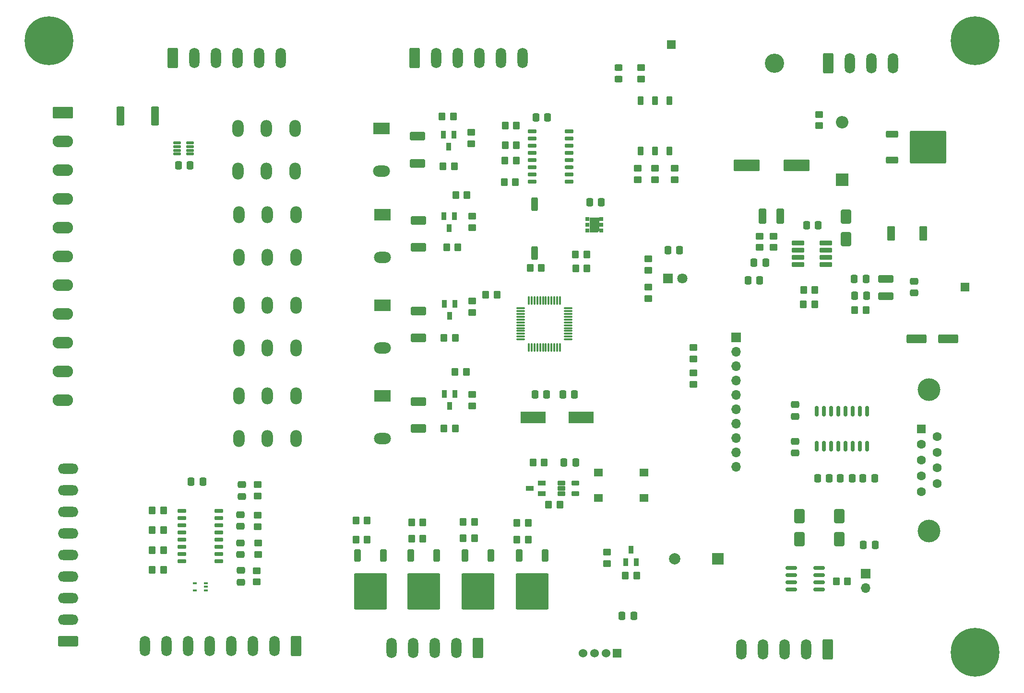
<source format=gts>
G04 #@! TF.GenerationSoftware,KiCad,Pcbnew,9.0.0*
G04 #@! TF.CreationDate,2025-07-26T18:59:56+02:00*
G04 #@! TF.ProjectId,BANC_TEST_418,42414e43-5f54-4455-9354-5f3431382e6b,rev?*
G04 #@! TF.SameCoordinates,Original*
G04 #@! TF.FileFunction,Soldermask,Top*
G04 #@! TF.FilePolarity,Negative*
%FSLAX46Y46*%
G04 Gerber Fmt 4.6, Leading zero omitted, Abs format (unit mm)*
G04 Created by KiCad (PCBNEW 9.0.0) date 2025-07-26 18:59:56*
%MOMM*%
%LPD*%
G01*
G04 APERTURE LIST*
G04 Aperture macros list*
%AMRoundRect*
0 Rectangle with rounded corners*
0 $1 Rounding radius*
0 $2 $3 $4 $5 $6 $7 $8 $9 X,Y pos of 4 corners*
0 Add a 4 corners polygon primitive as box body*
4,1,4,$2,$3,$4,$5,$6,$7,$8,$9,$2,$3,0*
0 Add four circle primitives for the rounded corners*
1,1,$1+$1,$2,$3*
1,1,$1+$1,$4,$5*
1,1,$1+$1,$6,$7*
1,1,$1+$1,$8,$9*
0 Add four rect primitives between the rounded corners*
20,1,$1+$1,$2,$3,$4,$5,0*
20,1,$1+$1,$4,$5,$6,$7,0*
20,1,$1+$1,$6,$7,$8,$9,0*
20,1,$1+$1,$8,$9,$2,$3,0*%
%AMFreePoly0*
4,1,19,0.809954,1.482520,0.847008,1.431520,0.852000,1.400000,0.852000,-1.000000,0.832520,-1.059954,0.781520,-1.097008,0.750000,-1.102000,-0.750000,-1.102000,-0.809954,-1.082520,-0.847008,-1.031520,-0.852000,-1.000000,-0.852000,1.150000,-0.832520,1.209954,-0.822125,1.222125,-0.572125,1.472125,-0.515956,1.500744,-0.500000,1.502000,0.750000,1.502000,0.809954,1.482520,0.809954,1.482520,
$1*%
G04 Aperture macros list end*
%ADD10RoundRect,0.250000X-0.337500X-0.475000X0.337500X-0.475000X0.337500X0.475000X-0.337500X0.475000X0*%
%ADD11RoundRect,0.250000X-0.450000X0.350000X-0.450000X-0.350000X0.450000X-0.350000X0.450000X0.350000X0*%
%ADD12RoundRect,0.250000X-0.300000X0.500000X-0.300000X-0.500000X0.300000X-0.500000X0.300000X0.500000X0*%
%ADD13RoundRect,0.250000X1.550000X-0.650000X1.550000X0.650000X-1.550000X0.650000X-1.550000X-0.650000X0*%
%ADD14O,3.600000X1.800000*%
%ADD15R,1.800000X1.800000*%
%ADD16C,1.800000*%
%ADD17RoundRect,0.250000X0.350000X0.450000X-0.350000X0.450000X-0.350000X-0.450000X0.350000X-0.450000X0*%
%ADD18RoundRect,0.100000X0.225000X0.100000X-0.225000X0.100000X-0.225000X-0.100000X0.225000X-0.100000X0*%
%ADD19RoundRect,0.198500X-0.508500X-0.198500X0.508500X-0.198500X0.508500X0.198500X-0.508500X0.198500X0*%
%ADD20RoundRect,0.250000X-0.350000X-0.450000X0.350000X-0.450000X0.350000X0.450000X-0.350000X0.450000X0*%
%ADD21R,1.500000X1.500000*%
%ADD22RoundRect,0.250000X-0.350000X0.850000X-0.350000X-0.850000X0.350000X-0.850000X0.350000X0.850000X0*%
%ADD23RoundRect,0.249997X-2.650003X2.950003X-2.650003X-2.950003X2.650003X-2.950003X2.650003X2.950003X0*%
%ADD24C,4.000000*%
%ADD25R,1.600000X1.600000*%
%ADD26C,1.600000*%
%ADD27RoundRect,0.100500X-0.986500X-0.301500X0.986500X-0.301500X0.986500X0.301500X-0.986500X0.301500X0*%
%ADD28RoundRect,0.250000X0.310000X-0.970000X0.310000X0.970000X-0.310000X0.970000X-0.310000X-0.970000X0*%
%ADD29RoundRect,0.250000X0.475000X-0.337500X0.475000X0.337500X-0.475000X0.337500X-0.475000X-0.337500X0*%
%ADD30RoundRect,0.250000X0.650000X-1.000000X0.650000X1.000000X-0.650000X1.000000X-0.650000X-1.000000X0*%
%ADD31RoundRect,0.250000X0.450000X-0.350000X0.450000X0.350000X-0.450000X0.350000X-0.450000X-0.350000X0*%
%ADD32RoundRect,0.250000X-0.850000X-0.350000X0.850000X-0.350000X0.850000X0.350000X-0.850000X0.350000X0*%
%ADD33RoundRect,0.249997X-2.950003X-2.650003X2.950003X-2.650003X2.950003X2.650003X-2.950003X2.650003X0*%
%ADD34RoundRect,0.250000X-0.650000X-1.550000X0.650000X-1.550000X0.650000X1.550000X-0.650000X1.550000X0*%
%ADD35O,1.800000X3.600000*%
%ADD36RoundRect,0.250000X0.337500X0.475000X-0.337500X0.475000X-0.337500X-0.475000X0.337500X-0.475000X0*%
%ADD37RoundRect,0.249999X-0.450001X-1.425001X0.450001X-1.425001X0.450001X1.425001X-0.450001X1.425001X0*%
%ADD38O,2.000000X3.000000*%
%ADD39R,3.000000X2.000000*%
%ADD40O,3.000000X2.000000*%
%ADD41RoundRect,0.100500X-0.301500X0.616500X-0.301500X-0.616500X0.301500X-0.616500X0.301500X0.616500X0*%
%ADD42RoundRect,0.150000X-0.650000X-0.150000X0.650000X-0.150000X0.650000X0.150000X-0.650000X0.150000X0*%
%ADD43RoundRect,0.125000X-0.537500X-0.125000X0.537500X-0.125000X0.537500X0.125000X-0.537500X0.125000X0*%
%ADD44RoundRect,0.250000X-1.100000X0.412500X-1.100000X-0.412500X1.100000X-0.412500X1.100000X0.412500X0*%
%ADD45RoundRect,0.150000X-0.825000X-0.150000X0.825000X-0.150000X0.825000X0.150000X-0.825000X0.150000X0*%
%ADD46RoundRect,0.249999X-1.550001X0.790001X-1.550001X-0.790001X1.550001X-0.790001X1.550001X0.790001X0*%
%ADD47O,3.600000X2.080000*%
%ADD48R,1.600000X1.400000*%
%ADD49RoundRect,0.250000X-1.100000X0.500000X-1.100000X-0.500000X1.100000X-0.500000X1.100000X0.500000X0*%
%ADD50RoundRect,0.250000X0.650000X1.550000X-0.650000X1.550000X-0.650000X-1.550000X0.650000X-1.550000X0*%
%ADD51R,4.500000X2.000000*%
%ADD52RoundRect,0.250000X0.445000X1.020000X-0.445000X1.020000X-0.445000X-1.020000X0.445000X-1.020000X0*%
%ADD53RoundRect,0.250000X-0.475000X0.337500X-0.475000X-0.337500X0.475000X-0.337500X0.475000X0.337500X0*%
%ADD54C,8.600000*%
%ADD55RoundRect,0.200000X-0.600000X-0.100000X0.600000X-0.100000X0.600000X0.100000X-0.600000X0.100000X0*%
%ADD56R,1.524000X1.524000*%
%ADD57C,1.524000*%
%ADD58C,3.400000*%
%ADD59RoundRect,0.100500X0.301500X-0.616500X0.301500X0.616500X-0.301500X0.616500X-0.301500X-0.616500X0*%
%ADD60RoundRect,0.100500X0.616500X0.301500X-0.616500X0.301500X-0.616500X-0.301500X0.616500X-0.301500X0*%
%ADD61RoundRect,0.250000X-0.412500X-1.100000X0.412500X-1.100000X0.412500X1.100000X-0.412500X1.100000X0*%
%ADD62RoundRect,0.075000X-0.662500X-0.075000X0.662500X-0.075000X0.662500X0.075000X-0.662500X0.075000X0*%
%ADD63RoundRect,0.075000X-0.075000X-0.662500X0.075000X-0.662500X0.075000X0.662500X-0.075000X0.662500X0*%
%ADD64R,2.200000X2.200000*%
%ADD65O,2.200000X2.200000*%
%ADD66RoundRect,0.250000X-1.500000X-0.550000X1.500000X-0.550000X1.500000X0.550000X-1.500000X0.550000X0*%
%ADD67R,1.700000X1.700000*%
%ADD68O,1.700000X1.700000*%
%ADD69RoundRect,0.250000X0.450000X-0.325000X0.450000X0.325000X-0.450000X0.325000X-0.450000X-0.325000X0*%
%ADD70RoundRect,0.250001X-2.049999X-0.799999X2.049999X-0.799999X2.049999X0.799999X-2.049999X0.799999X0*%
%ADD71RoundRect,0.162500X0.162500X-0.750000X0.162500X0.750000X-0.162500X0.750000X-0.162500X-0.750000X0*%
%ADD72RoundRect,0.102000X0.250000X0.250000X-0.250000X0.250000X-0.250000X-0.250000X0.250000X-0.250000X0*%
%ADD73FreePoly0,180.000000*%
%ADD74R,2.000000X2.000000*%
%ADD75C,2.000000*%
G04 APERTURE END LIST*
D10*
X173012500Y-105850000D03*
X175087500Y-105850000D03*
X172787500Y-93850000D03*
X174862500Y-93850000D03*
D11*
X119050000Y-120100000D03*
X119050000Y-122100000D03*
D12*
X191590000Y-41900000D03*
X189050000Y-41900000D03*
X186510000Y-41900000D03*
X186510000Y-50800000D03*
X189050000Y-50800000D03*
X191590000Y-50800000D03*
D13*
X85550000Y-137400000D03*
D14*
X85550000Y-133590000D03*
X85550000Y-129780000D03*
X85550000Y-125970000D03*
X85550000Y-122160000D03*
X85550000Y-118350000D03*
X85550000Y-114540000D03*
X85550000Y-110730000D03*
X85550000Y-106920000D03*
D15*
X191350000Y-73350000D03*
D16*
X193890000Y-73350000D03*
D17*
X226300000Y-78900000D03*
X224300000Y-78900000D03*
D18*
X109800000Y-128450000D03*
X109800000Y-127800000D03*
X109800000Y-127150000D03*
X107900000Y-127150000D03*
X107900000Y-128450000D03*
D19*
X172540000Y-109450000D03*
X172540000Y-110400000D03*
X172540000Y-111350000D03*
X175050000Y-111350000D03*
X175050000Y-109450000D03*
D10*
X224225000Y-73400000D03*
X226300000Y-73400000D03*
D20*
X162637500Y-49795000D03*
X164637500Y-49795000D03*
D21*
X243800000Y-74850000D03*
D20*
X175025000Y-69075000D03*
X177025000Y-69075000D03*
D22*
X169660000Y-122275000D03*
D23*
X167380000Y-128575000D03*
D22*
X165100000Y-122275000D03*
D24*
X237444669Y-117930000D03*
X237444669Y-92930000D03*
D25*
X236024669Y-99890000D03*
D26*
X236024669Y-102660000D03*
X236024669Y-105430000D03*
X236024669Y-108200000D03*
X236024669Y-110970000D03*
X238864669Y-101275000D03*
X238864669Y-104045000D03*
X238864669Y-106815000D03*
X238864669Y-109585000D03*
D27*
X214300000Y-67090000D03*
X214300000Y-68360000D03*
X214300000Y-69630000D03*
X214300000Y-70900000D03*
X219240000Y-70900000D03*
X219240000Y-69630000D03*
X219240000Y-68360000D03*
X219240000Y-67090000D03*
D17*
X138300000Y-119500000D03*
X136300000Y-119500000D03*
D11*
X189050000Y-53850000D03*
X189050000Y-55850000D03*
D17*
X217250000Y-77875000D03*
X215250000Y-77875000D03*
D28*
X167800000Y-68855000D03*
X167800000Y-60245000D03*
D20*
X100350000Y-124800000D03*
X102350000Y-124800000D03*
D10*
X225750000Y-108615000D03*
X227825000Y-108615000D03*
D29*
X213825000Y-104190000D03*
X213825000Y-102115000D03*
D30*
X214550000Y-119350000D03*
X214550000Y-115350000D03*
D31*
X156810000Y-95850000D03*
X156810000Y-93850000D03*
D32*
X230935000Y-47845000D03*
D33*
X237235000Y-50125000D03*
D32*
X230935000Y-52405000D03*
D29*
X213825000Y-97690000D03*
X213825000Y-95615000D03*
D11*
X156660000Y-47500000D03*
X156660000Y-49500000D03*
D20*
X100350000Y-117800000D03*
X102350000Y-117800000D03*
D34*
X104000000Y-34350000D03*
D35*
X107810000Y-34350000D03*
X111620000Y-34350000D03*
X115430000Y-34350000D03*
X119240000Y-34350000D03*
X123050000Y-34350000D03*
D36*
X169937500Y-93850000D03*
X167862500Y-93850000D03*
D37*
X94775000Y-44600000D03*
X100875000Y-44600000D03*
D36*
X227912500Y-120400000D03*
X225837500Y-120400000D03*
D17*
X223050000Y-126850000D03*
X221050000Y-126850000D03*
D11*
X156810000Y-77350000D03*
X156810000Y-79350000D03*
X118925000Y-115150000D03*
X118925000Y-117150000D03*
D29*
X115925000Y-122125000D03*
X115925000Y-120050000D03*
D38*
X120510000Y-54350000D03*
X120510000Y-46850000D03*
X125550000Y-54350000D03*
X125550000Y-46850000D03*
X115470000Y-54350000D03*
X115470000Y-46850000D03*
D39*
X140810000Y-46850000D03*
D40*
X140810000Y-54350000D03*
D10*
X104975000Y-53350000D03*
X107050000Y-53350000D03*
D41*
X153610000Y-47940000D03*
X151710000Y-47940000D03*
X152660000Y-50060000D03*
D38*
X120660000Y-101600000D03*
X120660000Y-94100000D03*
X125700000Y-101600000D03*
X125700000Y-94100000D03*
X115620000Y-101600000D03*
X115620000Y-94100000D03*
D39*
X140960000Y-94100000D03*
D40*
X140960000Y-101600000D03*
D20*
X146100000Y-116400000D03*
X148100000Y-116400000D03*
D42*
X105600000Y-114355000D03*
X105600000Y-115625000D03*
X105600000Y-116895000D03*
X105600000Y-118165000D03*
X105600000Y-119435000D03*
X105600000Y-120705000D03*
X105600000Y-121975000D03*
X105600000Y-123245000D03*
X112100000Y-123245000D03*
X112100000Y-121975000D03*
X112100000Y-120705000D03*
X112100000Y-119435000D03*
X112100000Y-118165000D03*
X112100000Y-116895000D03*
X112100000Y-115625000D03*
X112100000Y-114355000D03*
D20*
X100350000Y-121300000D03*
X102350000Y-121300000D03*
D43*
X104775000Y-49400000D03*
X104775000Y-50050000D03*
X104775000Y-50700000D03*
X104775000Y-51350000D03*
X107050000Y-51350000D03*
X107050000Y-50700000D03*
X107050000Y-50050000D03*
X107050000Y-49400000D03*
D31*
X195825000Y-92050000D03*
X195825000Y-90050000D03*
D44*
X229800000Y-73375000D03*
X229800000Y-76500000D03*
D20*
X162457500Y-56295000D03*
X164457500Y-56295000D03*
D45*
X213075000Y-124445000D03*
X213075000Y-125715000D03*
X213075000Y-126985000D03*
X213075000Y-128255000D03*
X218025000Y-128255000D03*
X218025000Y-126985000D03*
X218025000Y-125715000D03*
X218025000Y-124445000D03*
D46*
X84550000Y-44030000D03*
D47*
X84550000Y-49110000D03*
X84550000Y-54190000D03*
X84550000Y-59270000D03*
X84550000Y-64350000D03*
X84550000Y-69430000D03*
X84550000Y-74510000D03*
X84550000Y-79590000D03*
X84550000Y-84670000D03*
X84550000Y-89750000D03*
X84550000Y-94830000D03*
D20*
X152310000Y-67850000D03*
X154310000Y-67850000D03*
D48*
X179087500Y-107600000D03*
X187087500Y-107600000D03*
X179087500Y-112100000D03*
X187087500Y-112100000D03*
D10*
X177550000Y-59850000D03*
X179625000Y-59850000D03*
D49*
X147310000Y-79050000D03*
X147310000Y-83850000D03*
D17*
X155800000Y-89800000D03*
X153800000Y-89800000D03*
D10*
X107225000Y-109235000D03*
X109300000Y-109235000D03*
D36*
X185337500Y-132950000D03*
X183262500Y-132950000D03*
D17*
X153500000Y-44700000D03*
X151500000Y-44700000D03*
D34*
X146690000Y-34350000D03*
D35*
X150500000Y-34350000D03*
X154310000Y-34350000D03*
X158120000Y-34350000D03*
X161930000Y-34350000D03*
X165740000Y-34350000D03*
D29*
X116150000Y-111825000D03*
X116150000Y-109750000D03*
D20*
X162600000Y-52485000D03*
X164600000Y-52485000D03*
D17*
X169550000Y-105850000D03*
X167550000Y-105850000D03*
D31*
X118925000Y-111775000D03*
X118925000Y-109775000D03*
D50*
X125745000Y-138250000D03*
D35*
X121935000Y-138250000D03*
X118125000Y-138250000D03*
X114315000Y-138250000D03*
X110505000Y-138250000D03*
X106695000Y-138250000D03*
X102885000Y-138250000D03*
X99075000Y-138250000D03*
D41*
X153710000Y-62350000D03*
X151810000Y-62350000D03*
X152760000Y-64470000D03*
D10*
X221750000Y-108615000D03*
X223825000Y-108615000D03*
D31*
X180600000Y-123700000D03*
X180600000Y-121700000D03*
D22*
X160107500Y-122275000D03*
D23*
X157827500Y-128575000D03*
D22*
X155547500Y-122275000D03*
D51*
X167550000Y-97850000D03*
X176050000Y-97850000D03*
D11*
X187890000Y-69850000D03*
X187890000Y-71850000D03*
D52*
X236405000Y-65400000D03*
X230695000Y-65400000D03*
D20*
X151810000Y-99850000D03*
X153810000Y-99850000D03*
X167030000Y-71500000D03*
X169030000Y-71500000D03*
D53*
X234800000Y-73825000D03*
X234800000Y-75900000D03*
D54*
X245550000Y-139350000D03*
D22*
X141155000Y-122275000D03*
D23*
X138875000Y-128575000D03*
D22*
X136595000Y-122275000D03*
D49*
X147310000Y-63050000D03*
X147310000Y-67850000D03*
D34*
X219620000Y-35350000D03*
D35*
X223430000Y-35350000D03*
X227240000Y-35350000D03*
X231050000Y-35350000D03*
D20*
X100350000Y-114300000D03*
X102350000Y-114300000D03*
D54*
X82100000Y-31330000D03*
D21*
X191950000Y-32000000D03*
D49*
X147310000Y-95050000D03*
X147310000Y-99850000D03*
D20*
X159200000Y-76200000D03*
X161200000Y-76200000D03*
D31*
X156810000Y-64350000D03*
X156810000Y-62350000D03*
D29*
X115900000Y-117125000D03*
X115900000Y-115050000D03*
D30*
X222800000Y-66400000D03*
X222800000Y-62400000D03*
D17*
X172300000Y-113250000D03*
X170300000Y-113250000D03*
D42*
X167387500Y-47350000D03*
X167387500Y-48620000D03*
X167387500Y-49890000D03*
X167387500Y-51160000D03*
X167387500Y-52430000D03*
X167387500Y-53700000D03*
X167387500Y-54970000D03*
X167387500Y-56240000D03*
X173887500Y-56240000D03*
X173887500Y-54970000D03*
D55*
X173887500Y-53700000D03*
D42*
X173887500Y-52430000D03*
X173887500Y-51160000D03*
X173887500Y-49890000D03*
X173887500Y-48620000D03*
X173887500Y-47350000D03*
D31*
X218050000Y-46350000D03*
X218050000Y-44350000D03*
D56*
X182400000Y-139575000D03*
D57*
X180400000Y-139575000D03*
X178400000Y-139575000D03*
X176400000Y-139575000D03*
D50*
X219550000Y-138850000D03*
D35*
X215740000Y-138850000D03*
X211930000Y-138850000D03*
X208120000Y-138850000D03*
X204310000Y-138850000D03*
D17*
X148100000Y-119300000D03*
X146100000Y-119300000D03*
D10*
X168050000Y-44850000D03*
X170125000Y-44850000D03*
D11*
X207550000Y-65850000D03*
X207550000Y-67850000D03*
D41*
X153760000Y-77790000D03*
X151860000Y-77790000D03*
X152810000Y-79910000D03*
D17*
X157200000Y-119200000D03*
X155200000Y-119200000D03*
D36*
X208587500Y-70550000D03*
X206512500Y-70550000D03*
D58*
X210150000Y-35350000D03*
D20*
X175075000Y-71550000D03*
X177075000Y-71550000D03*
D59*
X183900000Y-123410000D03*
X185800000Y-123410000D03*
X184850000Y-121290000D03*
D11*
X118800000Y-124950000D03*
X118800000Y-126950000D03*
D60*
X169050000Y-111350000D03*
X169050000Y-109450000D03*
X166930000Y-110400000D03*
D54*
X245550000Y-31330000D03*
D11*
X186050000Y-53850000D03*
X186050000Y-55850000D03*
D61*
X208025000Y-62350000D03*
X211150000Y-62350000D03*
D11*
X192550000Y-53850000D03*
X192550000Y-55850000D03*
D10*
X217750000Y-108615000D03*
X219825000Y-108615000D03*
D62*
X165387500Y-78600000D03*
X165387500Y-79100000D03*
X165387500Y-79600000D03*
X165387500Y-80100000D03*
X165387500Y-80600000D03*
X165387500Y-81100000D03*
X165387500Y-81600000D03*
X165387500Y-82100000D03*
X165387500Y-82600000D03*
X165387500Y-83100000D03*
X165387500Y-83600000D03*
X165387500Y-84100000D03*
D63*
X166800000Y-85512500D03*
X167300000Y-85512500D03*
X167800000Y-85512500D03*
X168300000Y-85512500D03*
X168800000Y-85512500D03*
X169300000Y-85512500D03*
X169800000Y-85512500D03*
X170300000Y-85512500D03*
X170800000Y-85512500D03*
X171300000Y-85512500D03*
X171800000Y-85512500D03*
X172300000Y-85512500D03*
D62*
X173712500Y-84100000D03*
X173712500Y-83600000D03*
X173712500Y-83100000D03*
X173712500Y-82600000D03*
X173712500Y-82100000D03*
X173712500Y-81600000D03*
X173712500Y-81100000D03*
X173712500Y-80600000D03*
X173712500Y-80100000D03*
X173712500Y-79600000D03*
X173712500Y-79100000D03*
X173712500Y-78600000D03*
D63*
X172300000Y-77187500D03*
X171800000Y-77187500D03*
X171300000Y-77187500D03*
X170800000Y-77187500D03*
X170300000Y-77187500D03*
X169800000Y-77187500D03*
X169300000Y-77187500D03*
X168800000Y-77187500D03*
X168300000Y-77187500D03*
X167800000Y-77187500D03*
X167300000Y-77187500D03*
X166800000Y-77187500D03*
D64*
X222050000Y-55930000D03*
D65*
X222050000Y-45770000D03*
D31*
X195800000Y-87550000D03*
X195800000Y-85550000D03*
D20*
X155200000Y-116300000D03*
X157200000Y-116300000D03*
D17*
X155900000Y-58600000D03*
X153900000Y-58600000D03*
D66*
X235200000Y-84000000D03*
X240800000Y-84000000D03*
D67*
X203400000Y-83745000D03*
D68*
X203400000Y-86285000D03*
X203400000Y-88825000D03*
X203400000Y-91365000D03*
X203400000Y-93905000D03*
X203400000Y-96445000D03*
X203400000Y-98985000D03*
X203400000Y-101525000D03*
X203400000Y-104065000D03*
X203400000Y-106605000D03*
D20*
X164700000Y-116500000D03*
X166700000Y-116500000D03*
D10*
X215800000Y-63900000D03*
X217875000Y-63900000D03*
D31*
X186650000Y-38100000D03*
X186650000Y-36100000D03*
D10*
X191315000Y-68350000D03*
X193390000Y-68350000D03*
D20*
X162637500Y-46295000D03*
X164637500Y-46295000D03*
D17*
X185850000Y-125850000D03*
X183850000Y-125850000D03*
D41*
X153760000Y-93730000D03*
X151860000Y-93730000D03*
X152810000Y-95850000D03*
D20*
X151660000Y-53500000D03*
X153660000Y-53500000D03*
D38*
X120660000Y-85600000D03*
X120660000Y-78100000D03*
X125700000Y-85600000D03*
X125700000Y-78100000D03*
X115620000Y-85600000D03*
X115620000Y-78100000D03*
D39*
X140960000Y-78100000D03*
D40*
X140960000Y-85600000D03*
D17*
X166700000Y-119500000D03*
X164700000Y-119500000D03*
D31*
X209950000Y-67850000D03*
X209950000Y-65850000D03*
D20*
X151810000Y-83850000D03*
X153810000Y-83850000D03*
D69*
X182600000Y-38125000D03*
X182600000Y-36075000D03*
D70*
X205250000Y-53350000D03*
X214050000Y-53350000D03*
D53*
X115975000Y-124900000D03*
X115975000Y-126975000D03*
D38*
X120660000Y-69600000D03*
X120660000Y-62100000D03*
X125700000Y-69600000D03*
X125700000Y-62100000D03*
X115620000Y-69600000D03*
X115620000Y-62100000D03*
D39*
X140960000Y-62100000D03*
D40*
X140960000Y-69600000D03*
D49*
X147160000Y-48200000D03*
X147160000Y-53000000D03*
D11*
X187890000Y-74850000D03*
X187890000Y-76850000D03*
D50*
X157860000Y-138600000D03*
D35*
X154050000Y-138600000D03*
X150240000Y-138600000D03*
X146430000Y-138600000D03*
X142620000Y-138600000D03*
D30*
X221550000Y-119350000D03*
X221550000Y-115350000D03*
D71*
X217605000Y-102937500D03*
X218875000Y-102937500D03*
X220145000Y-102937500D03*
X221415000Y-102937500D03*
X222685000Y-102937500D03*
X223955000Y-102937500D03*
X225225000Y-102937500D03*
X226495000Y-102937500D03*
X226495000Y-96762500D03*
X225225000Y-96762500D03*
X223955000Y-96762500D03*
X222685000Y-96762500D03*
X221415000Y-96762500D03*
X220145000Y-96762500D03*
X218875000Y-96762500D03*
X217605000Y-96762500D03*
D67*
X226200000Y-125500000D03*
D68*
X226200000Y-128040000D03*
D22*
X150507500Y-122275000D03*
D23*
X148227500Y-128575000D03*
D22*
X145947500Y-122275000D03*
D10*
X205475000Y-73650000D03*
X207550000Y-73650000D03*
D20*
X136300000Y-116100000D03*
X138300000Y-116100000D03*
D72*
X179625000Y-64850000D03*
X179625000Y-63850000D03*
X179625000Y-62850000D03*
X177125000Y-62850000D03*
X177125000Y-63850000D03*
X177125000Y-64850000D03*
D73*
X178375000Y-63650000D03*
D20*
X215300000Y-75400000D03*
X217300000Y-75400000D03*
D74*
X200150000Y-122850000D03*
D75*
X192550000Y-122850000D03*
D10*
X224300000Y-76400000D03*
X226375000Y-76400000D03*
M02*

</source>
